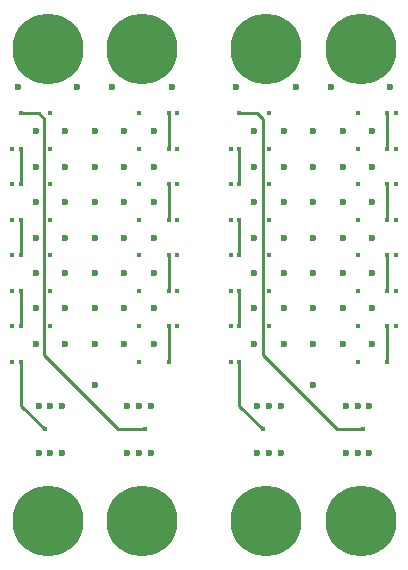
<source format=gbr>
G04 #@! TF.GenerationSoftware,KiCad,Pcbnew,5.1.10*
G04 #@! TF.CreationDate,2021-09-23T13:58:25+02:00*
G04 #@! TF.ProjectId,char-panel,63686172-2d70-4616-9e65-6c2e6b696361,rev?*
G04 #@! TF.SameCoordinates,Original*
G04 #@! TF.FileFunction,Copper,L3,Inr*
G04 #@! TF.FilePolarity,Positive*
%FSLAX46Y46*%
G04 Gerber Fmt 4.6, Leading zero omitted, Abs format (unit mm)*
G04 Created by KiCad (PCBNEW 5.1.10) date 2021-09-23 13:58:25*
%MOMM*%
%LPD*%
G01*
G04 APERTURE LIST*
G04 #@! TA.AperFunction,ComponentPad*
%ADD10C,6.000000*%
G04 #@! TD*
G04 #@! TA.AperFunction,ViaPad*
%ADD11C,0.600000*%
G04 #@! TD*
G04 #@! TA.AperFunction,ViaPad*
%ADD12C,0.400000*%
G04 #@! TD*
G04 #@! TA.AperFunction,Conductor*
%ADD13C,0.250000*%
G04 #@! TD*
G04 APERTURE END LIST*
D10*
G04 #@! TO.N,Board_2-GND*
G04 #@! TO.C,J1*
X72250010Y-53750001D03*
X80250010Y-53750001D03*
G04 #@! TD*
G04 #@! TO.N,Board_2-GND*
G04 #@! TO.C,J2*
X72250010Y-93750001D03*
X80250010Y-93750001D03*
G04 #@! TD*
G04 #@! TO.N,Board_1-GND*
G04 #@! TO.C,J1*
X53750001Y-53750001D03*
X61750001Y-53750001D03*
G04 #@! TD*
G04 #@! TO.N,Board_1-GND*
G04 #@! TO.C,J2*
X53750001Y-93750001D03*
X61750001Y-93750001D03*
G04 #@! TD*
D11*
G04 #@! TO.N,Board_1-+5V*
X52750001Y-60750001D03*
X55250001Y-60750001D03*
X57750001Y-60750001D03*
X60250001Y-60750001D03*
X62750001Y-60750001D03*
X52750001Y-66750001D03*
X55250001Y-66750001D03*
X57750001Y-66750001D03*
X60250001Y-66750001D03*
X62750001Y-66750001D03*
X52750001Y-72750001D03*
X55250001Y-72750001D03*
X57750001Y-72750001D03*
X60250001Y-72750001D03*
X62750001Y-72750001D03*
X52750001Y-78750001D03*
X55250001Y-78750001D03*
X57750001Y-78750001D03*
X60250001Y-78750001D03*
X62750001Y-78750001D03*
X55000001Y-84000001D03*
X54000001Y-84000001D03*
X53000001Y-84000001D03*
X60500001Y-84000001D03*
X61500001Y-84000001D03*
X62500001Y-84000001D03*
D12*
X64750001Y-71250001D03*
X64750001Y-77250001D03*
X64750001Y-65250001D03*
X64750001Y-59250001D03*
X50750001Y-62250001D03*
X50750001Y-68250001D03*
X50750001Y-74250001D03*
X50750001Y-80250001D03*
G04 #@! TO.N,Board_1-/end-of-row-1*
X64000001Y-59250001D03*
X64000001Y-62250001D03*
G04 #@! TO.N,Board_1-/end-of-row-2*
X51500001Y-62250001D03*
X51500001Y-65250001D03*
G04 #@! TO.N,Board_1-/end-of-row-3*
X64000001Y-65250001D03*
X64000001Y-68250001D03*
G04 #@! TO.N,Board_1-/end-of-row-4*
X51500001Y-68250001D03*
X51500001Y-71250001D03*
G04 #@! TO.N,Board_1-/end-of-row-5*
X64000001Y-71250001D03*
X64000001Y-74250001D03*
G04 #@! TO.N,Board_1-/end-of-row-6*
X51500001Y-74250001D03*
X51500001Y-77250001D03*
G04 #@! TO.N,Board_1-/end-of-row-7*
X64000001Y-77250001D03*
X64000001Y-80250001D03*
D11*
G04 #@! TO.N,Board_1-GND*
X52750001Y-63750001D03*
X55250001Y-63750001D03*
X57750001Y-63750001D03*
X60250001Y-63750001D03*
X62750001Y-63750001D03*
X52750001Y-69750001D03*
X55250001Y-69750001D03*
X57750001Y-69750001D03*
X60250001Y-69750001D03*
X62750001Y-69750001D03*
X62750001Y-75750001D03*
X60250001Y-75750001D03*
X57750001Y-75750001D03*
X55250001Y-75750001D03*
X52750001Y-75750001D03*
X60500001Y-88000001D03*
X61500001Y-88000001D03*
X62500001Y-88000001D03*
X55000001Y-88000001D03*
X54000001Y-88000001D03*
X53000001Y-88000001D03*
X57750001Y-82250001D03*
D12*
X64750001Y-74250001D03*
X64750001Y-68250001D03*
X64750001Y-62250001D03*
X50750001Y-65250001D03*
X50750001Y-71250001D03*
X50750001Y-77250001D03*
D11*
X56250001Y-57000001D03*
X59250001Y-57000001D03*
X51250001Y-57000001D03*
X64250001Y-57000001D03*
D12*
X61500001Y-59250001D03*
X61500001Y-62250001D03*
X61500001Y-65250001D03*
X61500001Y-68250001D03*
X61500001Y-71250001D03*
X61500001Y-74250001D03*
X61500001Y-77250001D03*
X61500001Y-80250001D03*
X54000001Y-59250001D03*
X54000001Y-62250001D03*
X54000001Y-65250001D03*
X54000001Y-68250001D03*
X54000001Y-71250001D03*
X54000001Y-74250001D03*
X54000001Y-77250001D03*
G04 #@! TO.N,Board_1-Net-(D1-Pad1)*
X51500001Y-59250001D03*
X62000001Y-86000001D03*
G04 #@! TO.N,Board_1-Net-(D48-Pad3)*
X51500001Y-80250001D03*
X53500001Y-86000001D03*
D11*
G04 #@! TO.N,Board_2-+5V*
X71250010Y-60750001D03*
X73750010Y-60750001D03*
X76250010Y-60750001D03*
X78750010Y-60750001D03*
X81250010Y-60750001D03*
X71250010Y-66750001D03*
X73750010Y-66750001D03*
X76250010Y-66750001D03*
X78750010Y-66750001D03*
X81250010Y-66750001D03*
X71250010Y-72750001D03*
X73750010Y-72750001D03*
X76250010Y-72750001D03*
X78750010Y-72750001D03*
X81250010Y-72750001D03*
X71250010Y-78750001D03*
X73750010Y-78750001D03*
X76250010Y-78750001D03*
X78750010Y-78750001D03*
X81250010Y-78750001D03*
X73500010Y-84000001D03*
X72500010Y-84000001D03*
X71500010Y-84000001D03*
X79000010Y-84000001D03*
X80000010Y-84000001D03*
X81000010Y-84000001D03*
D12*
X83250010Y-71250001D03*
X83250010Y-77250001D03*
X83250010Y-65250001D03*
X83250010Y-59250001D03*
X69250010Y-62250001D03*
X69250010Y-68250001D03*
X69250010Y-74250001D03*
X69250010Y-80250001D03*
G04 #@! TO.N,Board_2-/end-of-row-1*
X82500010Y-59250001D03*
X82500010Y-62250001D03*
G04 #@! TO.N,Board_2-/end-of-row-2*
X70000010Y-62250001D03*
X70000010Y-65250001D03*
G04 #@! TO.N,Board_2-/end-of-row-3*
X82500010Y-65250001D03*
X82500010Y-68250001D03*
G04 #@! TO.N,Board_2-/end-of-row-4*
X70000010Y-68250001D03*
X70000010Y-71250001D03*
G04 #@! TO.N,Board_2-/end-of-row-5*
X82500010Y-71250001D03*
X82500010Y-74250001D03*
G04 #@! TO.N,Board_2-/end-of-row-6*
X70000010Y-74250001D03*
X70000010Y-77250001D03*
G04 #@! TO.N,Board_2-/end-of-row-7*
X82500010Y-77250001D03*
X82500010Y-80250001D03*
D11*
G04 #@! TO.N,Board_2-GND*
X71250010Y-63750001D03*
X73750010Y-63750001D03*
X76250010Y-63750001D03*
X78750010Y-63750001D03*
X81250010Y-63750001D03*
X71250010Y-69750001D03*
X73750010Y-69750001D03*
X76250010Y-69750001D03*
X78750010Y-69750001D03*
X81250010Y-69750001D03*
X81250010Y-75750001D03*
X78750010Y-75750001D03*
X76250010Y-75750001D03*
X73750010Y-75750001D03*
X71250010Y-75750001D03*
X79000010Y-88000001D03*
X80000010Y-88000001D03*
X81000010Y-88000001D03*
X73500010Y-88000001D03*
X72500010Y-88000001D03*
X71500010Y-88000001D03*
X76250010Y-82250001D03*
D12*
X83250010Y-74250001D03*
X83250010Y-68250001D03*
X83250010Y-62250001D03*
X69250010Y-65250001D03*
X69250010Y-71250001D03*
X69250010Y-77250001D03*
D11*
X74750010Y-57000001D03*
X77750010Y-57000001D03*
X69750010Y-57000001D03*
X82750010Y-57000001D03*
D12*
X80000010Y-59250001D03*
X80000010Y-62250001D03*
X80000010Y-65250001D03*
X80000010Y-68250001D03*
X80000010Y-71250001D03*
X80000010Y-74250001D03*
X80000010Y-77250001D03*
X80000010Y-80250001D03*
X72500010Y-59250001D03*
X72500010Y-62250001D03*
X72500010Y-65250001D03*
X72500010Y-68250001D03*
X72500010Y-71250001D03*
X72500010Y-74250001D03*
X72500010Y-77250001D03*
G04 #@! TO.N,Board_2-Net-(D1-Pad1)*
X70000010Y-59250001D03*
X80500010Y-86000001D03*
G04 #@! TO.N,Board_2-Net-(D48-Pad3)*
X70000010Y-80250001D03*
X72000010Y-86000001D03*
G04 #@! TD*
D13*
G04 #@! TO.N,Board_1-/end-of-row-1*
X64000001Y-59250001D02*
X64000001Y-62250001D01*
G04 #@! TO.N,Board_1-/end-of-row-2*
X51500001Y-62250001D02*
X51500001Y-65250001D01*
G04 #@! TO.N,Board_1-/end-of-row-3*
X64000001Y-65250001D02*
X64000001Y-68250001D01*
G04 #@! TO.N,Board_1-/end-of-row-4*
X51500001Y-68250001D02*
X51500001Y-71250001D01*
G04 #@! TO.N,Board_1-/end-of-row-5*
X64000001Y-71250001D02*
X64000001Y-74250001D01*
G04 #@! TO.N,Board_1-/end-of-row-6*
X51500001Y-74250001D02*
X51500001Y-77250001D01*
G04 #@! TO.N,Board_1-/end-of-row-7*
X64000001Y-77250001D02*
X64000001Y-80250001D01*
G04 #@! TO.N,Board_1-Net-(D1-Pad1)*
X51500001Y-59250001D02*
X53000001Y-59250001D01*
X53000001Y-59250001D02*
X53475000Y-59725000D01*
X53475000Y-59725000D02*
X53475000Y-79725000D01*
X53475000Y-79725000D02*
X59750001Y-86000001D01*
X59750001Y-86000001D02*
X62000001Y-86000001D01*
G04 #@! TO.N,Board_1-Net-(D48-Pad3)*
X51500001Y-84000001D02*
X53500001Y-86000001D01*
X51500001Y-80250001D02*
X51500001Y-84000001D01*
G04 #@! TO.N,Board_2-/end-of-row-1*
X82500010Y-59250001D02*
X82500010Y-62250001D01*
G04 #@! TO.N,Board_2-/end-of-row-2*
X70000010Y-62250001D02*
X70000010Y-65250001D01*
G04 #@! TO.N,Board_2-/end-of-row-3*
X82500010Y-65250001D02*
X82500010Y-68250001D01*
G04 #@! TO.N,Board_2-/end-of-row-4*
X70000010Y-68250001D02*
X70000010Y-71250001D01*
G04 #@! TO.N,Board_2-/end-of-row-5*
X82500010Y-71250001D02*
X82500010Y-74250001D01*
G04 #@! TO.N,Board_2-/end-of-row-6*
X70000010Y-74250001D02*
X70000010Y-77250001D01*
G04 #@! TO.N,Board_2-/end-of-row-7*
X82500010Y-77250001D02*
X82500010Y-80250001D01*
G04 #@! TO.N,Board_2-Net-(D1-Pad1)*
X70000010Y-59250001D02*
X71500010Y-59250001D01*
X71500010Y-59250001D02*
X71975009Y-59725000D01*
X71975009Y-59725000D02*
X71975009Y-79725000D01*
X71975009Y-79725000D02*
X78250010Y-86000001D01*
X78250010Y-86000001D02*
X80500010Y-86000001D01*
G04 #@! TO.N,Board_2-Net-(D48-Pad3)*
X70000010Y-84000001D02*
X72000010Y-86000001D01*
X70000010Y-80250001D02*
X70000010Y-84000001D01*
G04 #@! TD*
M02*

</source>
